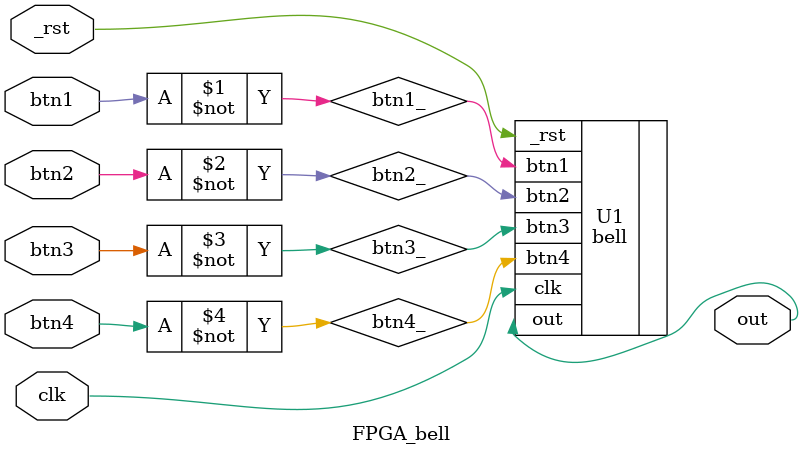
<source format=sv>
module FPGA_bell (btn1, btn2, btn3, btn4, _rst, clk, out);

input logic btn1, btn2, btn3, btn4, clk, _rst;
output logic out;
logic btn1_, btn2_, btn3_, btn4_;
bell U1(.btn1(btn1_), .btn2(btn2_), .btn3(btn3_), .btn4(btn4_), ._rst(_rst), .clk(clk), .out(out));

not(btn1_, btn1);
not(btn2_, btn2);
not(btn3_, btn3);
not(btn4_, btn4);

endmodule

</source>
